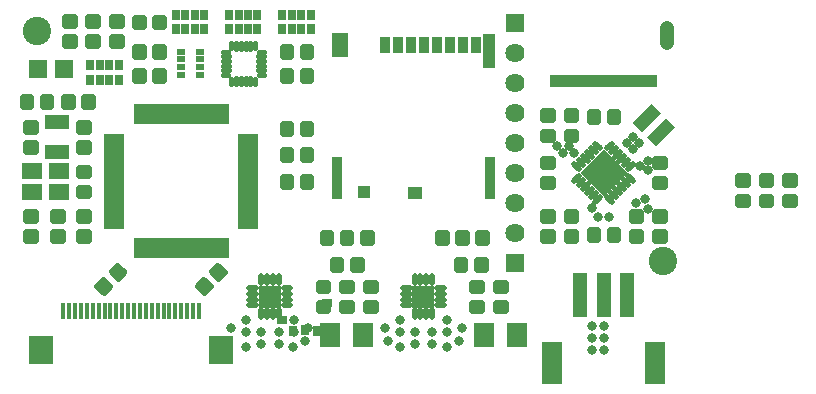
<source format=gbr>
G04 EAGLE Gerber RS-274X export*
G75*
%MOMM*%
%FSLAX34Y34*%
%LPD*%
%INSoldermask Top*%
%IPPOS*%
%AMOC8*
5,1,8,0,0,1.08239X$1,22.5*%
G01*
%ADD10R,0.750000X0.875000*%
%ADD11R,0.875000X0.750000*%
%ADD12C,2.403200*%
%ADD13C,0.553472*%
%ADD14R,1.672400X0.483200*%
%ADD15R,0.483200X1.672400*%
%ADD16R,0.903200X1.473200*%
%ADD17R,1.253200X0.983200*%
%ADD18R,1.343200X2.033200*%
%ADD19R,0.903200X3.533200*%
%ADD20R,1.063200X3.003200*%
%ADD21R,1.103200X1.133200*%
%ADD22R,0.703200X0.553200*%
%ADD23C,0.423200*%
%ADD24R,2.103200X1.303200*%
%ADD25R,1.665000X1.415000*%
%ADD26R,0.503200X1.103200*%
%ADD27C,1.203200*%
%ADD28C,0.467200*%
%ADD29R,2.803200X2.803200*%
%ADD30R,1.603200X1.603200*%
%ADD31R,1.103200X2.303200*%
%ADD32C,0.473200*%
%ADD33R,1.903200X1.903200*%
%ADD34R,0.703200X0.853200*%
%ADD35R,1.703200X3.603200*%
%ADD36R,1.203200X3.703200*%
%ADD37R,0.400000X1.400000*%
%ADD38R,2.108200X2.362200*%
%ADD39R,1.625600X1.625600*%
%ADD40C,1.625600*%
%ADD41R,1.803200X2.003200*%
%ADD42C,0.803200*%


D10*
X240000Y50625D03*
X250000Y51875D03*
X260000Y50625D03*
D11*
X268125Y75000D03*
X230625Y60000D03*
D12*
X22500Y305000D03*
X552500Y110000D03*
D13*
X91363Y96062D02*
X86062Y101363D01*
X90657Y105958D01*
X95958Y100657D01*
X91363Y96062D01*
X95295Y101320D02*
X86105Y101320D01*
X74042Y89343D02*
X79343Y84042D01*
X74042Y89343D02*
X78637Y93938D01*
X83938Y88637D01*
X79343Y84042D01*
X83275Y89300D02*
X74085Y89300D01*
X237249Y196251D02*
X237249Y203749D01*
X237249Y196251D02*
X230751Y196251D01*
X230751Y203749D01*
X237249Y203749D01*
X237249Y201509D02*
X230751Y201509D01*
X254249Y203749D02*
X254249Y196251D01*
X247751Y196251D01*
X247751Y203749D01*
X254249Y203749D01*
X254249Y201509D02*
X247751Y201509D01*
X237249Y218751D02*
X237249Y226249D01*
X237249Y218751D02*
X230751Y218751D01*
X230751Y226249D01*
X237249Y226249D01*
X237249Y224009D02*
X230751Y224009D01*
X254249Y226249D02*
X254249Y218751D01*
X247751Y218751D01*
X247751Y226249D01*
X254249Y226249D01*
X254249Y224009D02*
X247751Y224009D01*
X112249Y263751D02*
X112249Y271249D01*
X112249Y263751D02*
X105751Y263751D01*
X105751Y271249D01*
X112249Y271249D01*
X112249Y269009D02*
X105751Y269009D01*
X129249Y271249D02*
X129249Y263751D01*
X122751Y263751D01*
X122751Y271249D01*
X129249Y271249D01*
X129249Y269009D02*
X122751Y269009D01*
X43749Y145251D02*
X36251Y145251D01*
X36251Y151749D01*
X43749Y151749D01*
X43749Y145251D01*
X43749Y150509D02*
X36251Y150509D01*
X36251Y128251D02*
X43749Y128251D01*
X36251Y128251D02*
X36251Y134749D01*
X43749Y134749D01*
X43749Y128251D01*
X43749Y133509D02*
X36251Y133509D01*
X21249Y145251D02*
X13751Y145251D01*
X13751Y151749D01*
X21249Y151749D01*
X21249Y145251D01*
X21249Y150509D02*
X13751Y150509D01*
X13751Y128251D02*
X21249Y128251D01*
X13751Y128251D02*
X13751Y134749D01*
X21249Y134749D01*
X21249Y128251D01*
X21249Y133509D02*
X13751Y133509D01*
X62751Y241251D02*
X62751Y248749D01*
X69249Y248749D01*
X69249Y241251D01*
X62751Y241251D01*
X62751Y246509D02*
X69249Y246509D01*
X45751Y248749D02*
X45751Y241251D01*
X45751Y248749D02*
X52249Y248749D01*
X52249Y241251D01*
X45751Y241251D01*
X45751Y246509D02*
X52249Y246509D01*
X171062Y101363D02*
X176363Y96062D01*
X171062Y101363D02*
X175657Y105958D01*
X180958Y100657D01*
X176363Y96062D01*
X180295Y101320D02*
X171105Y101320D01*
X159042Y89343D02*
X164343Y84042D01*
X159042Y89343D02*
X163637Y93938D01*
X168938Y88637D01*
X164343Y84042D01*
X168275Y89300D02*
X159085Y89300D01*
X66249Y128251D02*
X66249Y134749D01*
X66249Y128251D02*
X58751Y128251D01*
X58751Y134749D01*
X66249Y134749D01*
X66249Y133509D02*
X58751Y133509D01*
X66249Y145251D02*
X66249Y151749D01*
X66249Y145251D02*
X58751Y145251D01*
X58751Y151749D01*
X66249Y151749D01*
X66249Y150509D02*
X58751Y150509D01*
D14*
X88287Y215000D03*
X88287Y210000D03*
X88287Y205000D03*
X88287Y200000D03*
X88287Y195000D03*
X88287Y190000D03*
X88287Y185000D03*
X88287Y180000D03*
X88287Y175000D03*
X88287Y170000D03*
X88287Y165000D03*
X88287Y160000D03*
X88287Y155000D03*
X88287Y150000D03*
X88287Y145000D03*
X88287Y140000D03*
D15*
X107500Y120787D03*
X112500Y120787D03*
X117500Y120787D03*
X122500Y120787D03*
X127500Y120787D03*
X132500Y120787D03*
X137500Y120787D03*
X142500Y120787D03*
X147500Y120787D03*
X152500Y120787D03*
X157500Y120787D03*
X162500Y120787D03*
X167500Y120787D03*
X172500Y120787D03*
X177500Y120787D03*
X182500Y120787D03*
D14*
X201713Y140000D03*
X201713Y145000D03*
X201713Y150000D03*
X201713Y155000D03*
X201713Y160000D03*
X201713Y165000D03*
X201713Y170000D03*
X201713Y175000D03*
X201713Y180000D03*
X201713Y185000D03*
X201713Y190000D03*
X201713Y195000D03*
X201713Y200000D03*
X201713Y205000D03*
X201713Y210000D03*
X201713Y215000D03*
D15*
X182500Y234213D03*
X177500Y234213D03*
X172500Y234213D03*
X167500Y234213D03*
X162500Y234213D03*
X157500Y234213D03*
X152500Y234213D03*
X147500Y234213D03*
X142500Y234213D03*
X137500Y234213D03*
X132500Y234213D03*
X127500Y234213D03*
X122500Y234213D03*
X117500Y234213D03*
X112500Y234213D03*
X107500Y234213D03*
D16*
X317800Y293200D03*
X328800Y293200D03*
X339800Y293200D03*
X350800Y293200D03*
X361800Y293200D03*
X372800Y293200D03*
X383800Y293200D03*
X394800Y293200D03*
D17*
X342550Y167800D03*
D18*
X279000Y293350D03*
D19*
X406400Y180567D03*
D20*
X405600Y288200D03*
D19*
X276800Y180567D03*
D21*
X299900Y168550D03*
D13*
X112249Y308751D02*
X112249Y316249D01*
X112249Y308751D02*
X105751Y308751D01*
X105751Y316249D01*
X112249Y316249D01*
X112249Y314009D02*
X105751Y314009D01*
X129249Y316249D02*
X129249Y308751D01*
X122751Y308751D01*
X122751Y316249D01*
X129249Y316249D01*
X129249Y314009D02*
X122751Y314009D01*
X66249Y182751D02*
X58751Y182751D01*
X58751Y189249D01*
X66249Y189249D01*
X66249Y182751D01*
X66249Y188009D02*
X58751Y188009D01*
X58751Y165751D02*
X66249Y165751D01*
X58751Y165751D02*
X58751Y172249D01*
X66249Y172249D01*
X66249Y165751D01*
X66249Y171009D02*
X58751Y171009D01*
X21249Y209749D02*
X13751Y209749D01*
X21249Y209749D02*
X21249Y203251D01*
X13751Y203251D01*
X13751Y209749D01*
X13751Y208509D02*
X21249Y208509D01*
X21249Y226749D02*
X13751Y226749D01*
X21249Y226749D02*
X21249Y220251D01*
X13751Y220251D01*
X13751Y226749D01*
X13751Y225509D02*
X21249Y225509D01*
X27751Y241251D02*
X27751Y248749D01*
X34249Y248749D01*
X34249Y241251D01*
X27751Y241251D01*
X27751Y246509D02*
X34249Y246509D01*
X10751Y248749D02*
X10751Y241251D01*
X10751Y248749D02*
X17249Y248749D01*
X17249Y241251D01*
X10751Y241251D01*
X10751Y246509D02*
X17249Y246509D01*
X58751Y209749D02*
X66249Y209749D01*
X66249Y203251D01*
X58751Y203251D01*
X58751Y209749D01*
X58751Y208509D02*
X66249Y208509D01*
X66249Y226749D02*
X58751Y226749D01*
X66249Y226749D02*
X66249Y220251D01*
X58751Y220251D01*
X58751Y226749D01*
X58751Y225509D02*
X66249Y225509D01*
X636251Y175251D02*
X643749Y175251D01*
X636251Y175251D02*
X636251Y181749D01*
X643749Y181749D01*
X643749Y175251D01*
X643749Y180509D02*
X636251Y180509D01*
X636251Y158251D02*
X643749Y158251D01*
X636251Y158251D02*
X636251Y164749D01*
X643749Y164749D01*
X643749Y158251D01*
X643749Y163509D02*
X636251Y163509D01*
X93749Y299749D02*
X86251Y299749D01*
X93749Y299749D02*
X93749Y293251D01*
X86251Y293251D01*
X86251Y299749D01*
X86251Y298509D02*
X93749Y298509D01*
X93749Y316749D02*
X86251Y316749D01*
X93749Y316749D02*
X93749Y310251D01*
X86251Y310251D01*
X86251Y316749D01*
X86251Y315509D02*
X93749Y315509D01*
D22*
X160500Y287250D03*
X160500Y280750D03*
X160500Y274250D03*
X160500Y267750D03*
X144500Y267750D03*
X144500Y274250D03*
X144500Y280750D03*
X144500Y287250D03*
D13*
X112249Y283751D02*
X112249Y291249D01*
X112249Y283751D02*
X105751Y283751D01*
X105751Y291249D01*
X112249Y291249D01*
X112249Y289009D02*
X105751Y289009D01*
X129249Y291249D02*
X129249Y283751D01*
X122751Y283751D01*
X122751Y291249D01*
X129249Y291249D01*
X129249Y289009D02*
X122751Y289009D01*
D23*
X179954Y287500D02*
X184134Y287500D01*
X185134Y283500D02*
X179954Y283500D01*
X179954Y279500D02*
X185134Y279500D01*
X185134Y275500D02*
X179954Y275500D01*
X179954Y271500D02*
X185134Y271500D01*
X184134Y267500D02*
X179954Y267500D01*
X187500Y264134D02*
X187500Y259954D01*
X191500Y259954D02*
X191500Y265134D01*
X195500Y265134D02*
X195500Y259954D01*
X199500Y259954D02*
X199500Y265134D01*
X203500Y265134D02*
X203500Y259954D01*
X207500Y259954D02*
X207500Y264134D01*
X210866Y267500D02*
X215046Y267500D01*
X215046Y271500D02*
X209866Y271500D01*
X209866Y275500D02*
X215046Y275500D01*
X215046Y279500D02*
X209866Y279500D01*
X209866Y283500D02*
X215046Y283500D01*
X215046Y287500D02*
X210866Y287500D01*
X207500Y290866D02*
X207500Y295046D01*
X203500Y295046D02*
X203500Y289866D01*
X199500Y289866D02*
X199500Y295046D01*
X195500Y295046D02*
X195500Y289866D01*
X191500Y289866D02*
X191500Y295046D01*
X187500Y295046D02*
X187500Y290866D01*
D13*
X247751Y291249D02*
X247751Y283751D01*
X247751Y291249D02*
X254249Y291249D01*
X254249Y283751D01*
X247751Y283751D01*
X247751Y289009D02*
X254249Y289009D01*
X230751Y291249D02*
X230751Y283751D01*
X230751Y291249D02*
X237249Y291249D01*
X237249Y283751D01*
X230751Y283751D01*
X230751Y289009D02*
X237249Y289009D01*
X237249Y271249D02*
X237249Y263751D01*
X230751Y263751D01*
X230751Y271249D01*
X237249Y271249D01*
X237249Y269009D02*
X230751Y269009D01*
X254249Y271249D02*
X254249Y263751D01*
X247751Y263751D01*
X247751Y271249D01*
X254249Y271249D01*
X254249Y269009D02*
X247751Y269009D01*
D24*
X40000Y227500D03*
X40000Y202500D03*
D25*
X18750Y168500D03*
X41250Y168500D03*
X41250Y186500D03*
X18750Y186500D03*
D26*
X540000Y262800D03*
X530000Y262800D03*
X525000Y262800D03*
X520000Y262800D03*
X515000Y262800D03*
X510000Y262800D03*
X505000Y262800D03*
X500000Y262800D03*
X495000Y262800D03*
X490000Y262800D03*
X485000Y262800D03*
X480000Y262800D03*
X545000Y262800D03*
X535000Y262800D03*
X475000Y262800D03*
X470000Y262800D03*
X465000Y262800D03*
X460000Y262800D03*
D27*
X556500Y294800D02*
X556500Y307800D01*
D28*
X481947Y182124D02*
X477875Y178052D01*
X481410Y174517D02*
X485482Y178589D01*
X489018Y175053D02*
X484946Y170981D01*
X488481Y167446D02*
X492553Y171518D01*
X496089Y167982D02*
X492017Y163910D01*
X495552Y160375D02*
X499624Y164447D01*
X505376Y164447D02*
X509448Y160375D01*
X512983Y163910D02*
X508911Y167982D01*
X512447Y171518D02*
X516519Y167446D01*
X520054Y170981D02*
X515982Y175053D01*
X519518Y178589D02*
X523590Y174517D01*
X527125Y178052D02*
X523053Y182124D01*
X523053Y187876D02*
X527125Y191948D01*
X523590Y195483D02*
X519518Y191411D01*
X515982Y194947D02*
X520054Y199019D01*
X516519Y202554D02*
X512447Y198482D01*
X508911Y202018D02*
X512983Y206090D01*
X509448Y209625D02*
X505376Y205553D01*
X499624Y205553D02*
X495552Y209625D01*
X492017Y206090D02*
X496089Y202018D01*
X492553Y198482D02*
X488481Y202554D01*
X484946Y199019D02*
X489018Y194947D01*
X485482Y191411D02*
X481410Y195483D01*
X477875Y191948D02*
X481947Y187876D01*
D29*
G36*
X522321Y185000D02*
X502500Y165179D01*
X482679Y185000D01*
X502500Y204821D01*
X522321Y185000D01*
G37*
D13*
X451251Y190251D02*
X451251Y196749D01*
X458749Y196749D01*
X458749Y190251D01*
X451251Y190251D01*
X451251Y195509D02*
X458749Y195509D01*
X451251Y179749D02*
X451251Y173251D01*
X451251Y179749D02*
X458749Y179749D01*
X458749Y173251D01*
X451251Y173251D01*
X451251Y178509D02*
X458749Y178509D01*
X533749Y134749D02*
X533749Y128251D01*
X526251Y128251D01*
X526251Y134749D01*
X533749Y134749D01*
X533749Y133509D02*
X526251Y133509D01*
X533749Y145251D02*
X533749Y151749D01*
X533749Y145251D02*
X526251Y145251D01*
X526251Y151749D01*
X533749Y151749D01*
X533749Y150509D02*
X526251Y150509D01*
X458749Y134749D02*
X458749Y128251D01*
X451251Y128251D01*
X451251Y134749D01*
X458749Y134749D01*
X458749Y133509D02*
X451251Y133509D01*
X458749Y145251D02*
X458749Y151749D01*
X458749Y145251D02*
X451251Y145251D01*
X451251Y151749D01*
X458749Y151749D01*
X458749Y150509D02*
X451251Y150509D01*
X471251Y151749D02*
X471251Y145251D01*
X471251Y151749D02*
X478749Y151749D01*
X478749Y145251D01*
X471251Y145251D01*
X471251Y150509D02*
X478749Y150509D01*
X471251Y134749D02*
X471251Y128251D01*
X471251Y134749D02*
X478749Y134749D01*
X478749Y128251D01*
X471251Y128251D01*
X471251Y133509D02*
X478749Y133509D01*
X507751Y228751D02*
X507751Y236249D01*
X514249Y236249D01*
X514249Y228751D01*
X507751Y228751D01*
X507751Y234009D02*
X514249Y234009D01*
X490751Y236249D02*
X490751Y228751D01*
X490751Y236249D02*
X497249Y236249D01*
X497249Y228751D01*
X490751Y228751D01*
X490751Y234009D02*
X497249Y234009D01*
X546251Y190251D02*
X553749Y190251D01*
X546251Y190251D02*
X546251Y196749D01*
X553749Y196749D01*
X553749Y190251D01*
X553749Y195509D02*
X546251Y195509D01*
X546251Y173251D02*
X553749Y173251D01*
X546251Y173251D02*
X546251Y179749D01*
X553749Y179749D01*
X553749Y173251D01*
X553749Y178509D02*
X546251Y178509D01*
X478749Y219749D02*
X471251Y219749D01*
X478749Y219749D02*
X478749Y213251D01*
X471251Y213251D01*
X471251Y219749D01*
X471251Y218509D02*
X478749Y218509D01*
X478749Y236749D02*
X471251Y236749D01*
X478749Y236749D02*
X478749Y230251D01*
X471251Y230251D01*
X471251Y236749D01*
X471251Y235509D02*
X478749Y235509D01*
X458749Y230251D02*
X451251Y230251D01*
X451251Y236749D01*
X458749Y236749D01*
X458749Y230251D01*
X458749Y235509D02*
X451251Y235509D01*
X451251Y213251D02*
X458749Y213251D01*
X451251Y213251D02*
X451251Y219749D01*
X458749Y219749D01*
X458749Y213251D01*
X458749Y218509D02*
X451251Y218509D01*
X546251Y145251D02*
X553749Y145251D01*
X546251Y145251D02*
X546251Y151749D01*
X553749Y151749D01*
X553749Y145251D01*
X553749Y150509D02*
X546251Y150509D01*
X546251Y128251D02*
X553749Y128251D01*
X546251Y128251D02*
X546251Y134749D01*
X553749Y134749D01*
X553749Y128251D01*
X553749Y133509D02*
X546251Y133509D01*
X254249Y181249D02*
X247751Y181249D01*
X254249Y181249D02*
X254249Y173751D01*
X247751Y173751D01*
X247751Y181249D01*
X247751Y179009D02*
X254249Y179009D01*
X237249Y181249D02*
X230751Y181249D01*
X237249Y181249D02*
X237249Y173751D01*
X230751Y173751D01*
X230751Y181249D01*
X230751Y179009D02*
X237249Y179009D01*
X308749Y74749D02*
X308749Y68251D01*
X301251Y68251D01*
X301251Y74749D01*
X308749Y74749D01*
X308749Y73509D02*
X301251Y73509D01*
X308749Y85251D02*
X308749Y91749D01*
X308749Y85251D02*
X301251Y85251D01*
X301251Y91749D01*
X308749Y91749D01*
X308749Y90509D02*
X301251Y90509D01*
D30*
X46000Y272500D03*
X24000Y272500D03*
D13*
X53749Y293251D02*
X53749Y299749D01*
X53749Y293251D02*
X46251Y293251D01*
X46251Y299749D01*
X53749Y299749D01*
X53749Y298509D02*
X46251Y298509D01*
X53749Y310251D02*
X53749Y316749D01*
X53749Y310251D02*
X46251Y310251D01*
X46251Y316749D01*
X53749Y316749D01*
X53749Y315509D02*
X46251Y315509D01*
X73749Y299749D02*
X73749Y293251D01*
X66251Y293251D01*
X66251Y299749D01*
X73749Y299749D01*
X73749Y298509D02*
X66251Y298509D01*
X73749Y310251D02*
X73749Y316749D01*
X73749Y310251D02*
X66251Y310251D01*
X66251Y316749D01*
X73749Y316749D01*
X73749Y315509D02*
X66251Y315509D01*
D31*
G36*
X534748Y218967D02*
X526947Y226768D01*
X543232Y243053D01*
X551033Y235252D01*
X534748Y218967D01*
G37*
G36*
X546768Y206947D02*
X538967Y214748D01*
X555252Y231033D01*
X563053Y223232D01*
X546768Y206947D01*
G37*
D13*
X497249Y128751D02*
X490751Y128751D01*
X490751Y136249D01*
X497249Y136249D01*
X497249Y128751D01*
X497249Y134009D02*
X490751Y134009D01*
X507751Y128751D02*
X514249Y128751D01*
X507751Y128751D02*
X507751Y136249D01*
X514249Y136249D01*
X514249Y128751D01*
X514249Y134009D02*
X507751Y134009D01*
X616251Y175251D02*
X623749Y175251D01*
X616251Y175251D02*
X616251Y181749D01*
X623749Y181749D01*
X623749Y175251D01*
X623749Y180509D02*
X616251Y180509D01*
X616251Y158251D02*
X623749Y158251D01*
X616251Y158251D02*
X616251Y164749D01*
X623749Y164749D01*
X623749Y158251D01*
X623749Y163509D02*
X616251Y163509D01*
X656251Y175251D02*
X663749Y175251D01*
X656251Y175251D02*
X656251Y181749D01*
X663749Y181749D01*
X663749Y175251D01*
X663749Y180509D02*
X656251Y180509D01*
X656251Y158251D02*
X663749Y158251D01*
X656251Y158251D02*
X656251Y164749D01*
X663749Y164749D01*
X663749Y158251D01*
X663749Y163509D02*
X656251Y163509D01*
D32*
X227500Y97296D02*
X227500Y91616D01*
X222500Y91616D02*
X222500Y97296D01*
X217500Y97296D02*
X217500Y91616D01*
X212500Y91616D02*
X212500Y97296D01*
X208384Y87500D02*
X202704Y87500D01*
X202704Y82500D02*
X208384Y82500D01*
X208384Y77500D02*
X202704Y77500D01*
X202704Y72500D02*
X208384Y72500D01*
X212500Y68384D02*
X212500Y62704D01*
X217500Y62704D02*
X217500Y68384D01*
X222500Y68384D02*
X222500Y62704D01*
X227500Y62704D02*
X227500Y68384D01*
X231616Y72500D02*
X237296Y72500D01*
X237296Y77500D02*
X231616Y77500D01*
X231616Y82500D02*
X237296Y82500D01*
X237296Y87500D02*
X231616Y87500D01*
D33*
X220000Y80000D03*
D34*
X209500Y318750D03*
X201500Y318750D03*
X193500Y318750D03*
X185500Y318750D03*
X185500Y306250D03*
X193500Y306250D03*
X201500Y306250D03*
X209500Y306250D03*
X92000Y276250D03*
X84000Y276250D03*
X76000Y276250D03*
X68000Y276250D03*
X68000Y263750D03*
X76000Y263750D03*
X84000Y263750D03*
X92000Y263750D03*
D35*
X546500Y23500D03*
X458500Y23500D03*
D36*
X522500Y81000D03*
X502500Y81000D03*
X482500Y81000D03*
D37*
X45000Y67500D03*
X50000Y67500D03*
X55000Y67500D03*
X60000Y67500D03*
X65000Y67500D03*
X70000Y67500D03*
X75000Y67500D03*
X80000Y67500D03*
X85000Y67500D03*
X90000Y67500D03*
X95000Y67500D03*
X100000Y67500D03*
X105000Y67500D03*
X110000Y67500D03*
X115000Y67500D03*
X120000Y67500D03*
X125000Y67500D03*
X130000Y67500D03*
X135000Y67500D03*
X140000Y67500D03*
X145000Y67500D03*
X150000Y67500D03*
X155000Y67500D03*
X160000Y67500D03*
D38*
X26300Y35000D03*
X178700Y35000D03*
D34*
X164500Y318750D03*
X156500Y318750D03*
X148500Y318750D03*
X140500Y318750D03*
X140500Y306250D03*
X148500Y306250D03*
X156500Y306250D03*
X164500Y306250D03*
X254500Y318750D03*
X246500Y318750D03*
X238500Y318750D03*
X230500Y318750D03*
X230500Y306250D03*
X238500Y306250D03*
X246500Y306250D03*
X254500Y306250D03*
D32*
X357500Y97296D02*
X357500Y91616D01*
X352500Y91616D02*
X352500Y97296D01*
X347500Y97296D02*
X347500Y91616D01*
X342500Y91616D02*
X342500Y97296D01*
X338384Y87500D02*
X332704Y87500D01*
X332704Y82500D02*
X338384Y82500D01*
X338384Y77500D02*
X332704Y77500D01*
X332704Y72500D02*
X338384Y72500D01*
X342500Y68384D02*
X342500Y62704D01*
X347500Y62704D02*
X347500Y68384D01*
X352500Y68384D02*
X352500Y62704D01*
X357500Y62704D02*
X357500Y68384D01*
X361616Y72500D02*
X367296Y72500D01*
X367296Y77500D02*
X361616Y77500D01*
X361616Y82500D02*
X367296Y82500D01*
X367296Y87500D02*
X361616Y87500D01*
D33*
X350000Y80000D03*
D13*
X288249Y126251D02*
X281751Y126251D01*
X281751Y133749D01*
X288249Y133749D01*
X288249Y126251D01*
X288249Y131509D02*
X281751Y131509D01*
X298751Y126251D02*
X305249Y126251D01*
X298751Y126251D02*
X298751Y133749D01*
X305249Y133749D01*
X305249Y126251D01*
X305249Y131509D02*
X298751Y131509D01*
X271249Y126251D02*
X264751Y126251D01*
X264751Y133749D01*
X271249Y133749D01*
X271249Y126251D01*
X271249Y131509D02*
X264751Y131509D01*
X379251Y126251D02*
X385749Y126251D01*
X379251Y126251D02*
X379251Y133749D01*
X385749Y133749D01*
X385749Y126251D01*
X385749Y131509D02*
X379251Y131509D01*
X396251Y126251D02*
X402749Y126251D01*
X396251Y126251D02*
X396251Y133749D01*
X402749Y133749D01*
X402749Y126251D01*
X402749Y131509D02*
X396251Y131509D01*
X368749Y126251D02*
X362251Y126251D01*
X362251Y133749D01*
X368749Y133749D01*
X368749Y126251D01*
X368749Y131509D02*
X362251Y131509D01*
X296749Y111249D02*
X290251Y111249D01*
X296749Y111249D02*
X296749Y103751D01*
X290251Y103751D01*
X290251Y111249D01*
X290251Y109009D02*
X296749Y109009D01*
X279749Y111249D02*
X273251Y111249D01*
X279749Y111249D02*
X279749Y103751D01*
X273251Y103751D01*
X273251Y111249D01*
X273251Y109009D02*
X279749Y109009D01*
X395251Y111249D02*
X401749Y111249D01*
X401749Y103751D01*
X395251Y103751D01*
X395251Y111249D01*
X395251Y109009D02*
X401749Y109009D01*
X384749Y111249D02*
X378251Y111249D01*
X384749Y111249D02*
X384749Y103751D01*
X378251Y103751D01*
X378251Y111249D01*
X378251Y109009D02*
X384749Y109009D01*
X288749Y74749D02*
X281251Y74749D01*
X288749Y74749D02*
X288749Y68251D01*
X281251Y68251D01*
X281251Y74749D01*
X281251Y73509D02*
X288749Y73509D01*
X288749Y91749D02*
X281251Y91749D01*
X288749Y91749D02*
X288749Y85251D01*
X281251Y85251D01*
X281251Y91749D01*
X281251Y90509D02*
X288749Y90509D01*
X411251Y74749D02*
X418749Y74749D01*
X418749Y68251D01*
X411251Y68251D01*
X411251Y74749D01*
X411251Y73509D02*
X418749Y73509D01*
X418749Y91749D02*
X411251Y91749D01*
X418749Y91749D02*
X418749Y85251D01*
X411251Y85251D01*
X411251Y91749D01*
X411251Y90509D02*
X418749Y90509D01*
D39*
X427500Y311400D03*
D40*
X427500Y286000D03*
X427500Y260600D03*
X427500Y235200D03*
X427500Y209800D03*
X427500Y184400D03*
X427500Y159000D03*
X427500Y133600D03*
D39*
X427500Y108200D03*
D41*
X271000Y47500D03*
X299000Y47500D03*
X429000Y47500D03*
X401000Y47500D03*
D13*
X398749Y74749D02*
X391251Y74749D01*
X398749Y74749D02*
X398749Y68251D01*
X391251Y68251D01*
X391251Y74749D01*
X391251Y73509D02*
X398749Y73509D01*
X398749Y91749D02*
X391251Y91749D01*
X398749Y91749D02*
X398749Y85251D01*
X391251Y85251D01*
X391251Y91749D01*
X391251Y90509D02*
X398749Y90509D01*
X268749Y74749D02*
X261251Y74749D01*
X268749Y74749D02*
X268749Y68251D01*
X261251Y68251D01*
X261251Y74749D01*
X261251Y73509D02*
X268749Y73509D01*
X268749Y91749D02*
X261251Y91749D01*
X268749Y91749D02*
X268749Y85251D01*
X261251Y85251D01*
X261251Y91749D01*
X261251Y90509D02*
X268749Y90509D01*
D42*
X522500Y210000D03*
X527500Y205000D03*
X532500Y210000D03*
X527500Y215000D03*
X382500Y53500D03*
X380000Y42500D03*
X370000Y37500D03*
X507500Y147500D03*
X497500Y147500D03*
X492500Y155000D03*
X477859Y201859D03*
X473000Y207230D03*
X467888Y201888D03*
X463388Y207388D03*
X252500Y53500D03*
X250000Y42500D03*
X240000Y37500D03*
X330000Y37500D03*
X320000Y42500D03*
X317500Y53500D03*
X187500Y53500D03*
X200000Y37500D03*
X540000Y195000D03*
X540000Y187000D03*
X533000Y191000D03*
X492500Y55000D03*
X502500Y55000D03*
X492500Y45000D03*
X502500Y45000D03*
X492500Y35000D03*
X502500Y35000D03*
X357500Y50000D03*
X357500Y40000D03*
X370020Y60000D03*
X370020Y50000D03*
X329980Y60000D03*
X329980Y50000D03*
X342500Y50000D03*
X342500Y40000D03*
X227500Y50000D03*
X227500Y40000D03*
X240020Y60000D03*
X240020Y50000D03*
X199980Y60000D03*
X199980Y50000D03*
X212500Y50000D03*
X212500Y40000D03*
X530000Y159000D03*
X538000Y163000D03*
X540000Y154000D03*
M02*

</source>
